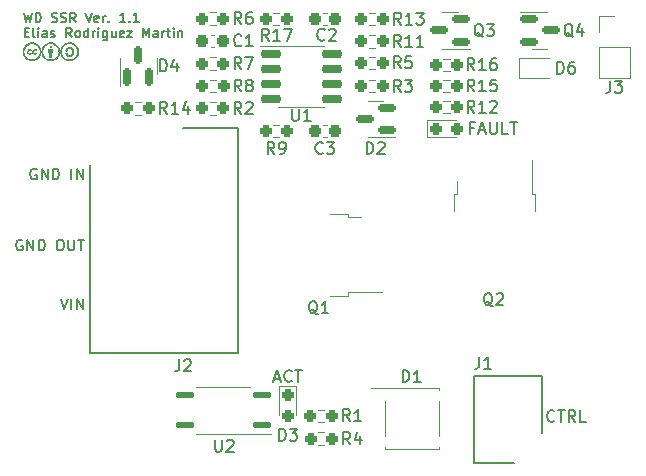
<source format=gbr>
%TF.GenerationSoftware,KiCad,Pcbnew,(6.0.8)*%
%TF.CreationDate,2022-10-20T22:21:07+02:00*%
%TF.ProjectId,WDSSR,57445353-522e-46b6-9963-61645f706362,rev?*%
%TF.SameCoordinates,PX7270e00PY4c4b400*%
%TF.FileFunction,Legend,Top*%
%TF.FilePolarity,Positive*%
%FSLAX45Y45*%
G04 Gerber Fmt 4.5, Leading zero omitted, Abs format (unit mm)*
G04 Created by KiCad (PCBNEW (6.0.8)) date 2022-10-20 22:21:07*
%MOMM*%
%LPD*%
G01*
G04 APERTURE LIST*
G04 Aperture macros list*
%AMRoundRect*
0 Rectangle with rounded corners*
0 $1 Rounding radius*
0 $2 $3 $4 $5 $6 $7 $8 $9 X,Y pos of 4 corners*
0 Add a 4 corners polygon primitive as box body*
4,1,4,$2,$3,$4,$5,$6,$7,$8,$9,$2,$3,0*
0 Add four circle primitives for the rounded corners*
1,1,$1+$1,$2,$3*
1,1,$1+$1,$4,$5*
1,1,$1+$1,$6,$7*
1,1,$1+$1,$8,$9*
0 Add four rect primitives between the rounded corners*
20,1,$1+$1,$2,$3,$4,$5,0*
20,1,$1+$1,$4,$5,$6,$7,0*
20,1,$1+$1,$6,$7,$8,$9,0*
20,1,$1+$1,$8,$9,$2,$3,0*%
G04 Aperture macros list end*
%ADD10C,0.150000*%
%ADD11C,0.120000*%
%ADD12C,0.200000*%
%ADD13R,1.650000X1.650000*%
%ADD14C,1.650000*%
%ADD15R,2.200000X1.200000*%
%ADD16R,6.400000X5.800000*%
%ADD17C,5.700000*%
%ADD18R,1.000000X0.700000*%
%ADD19RoundRect,0.237500X-0.237500X0.287500X-0.237500X-0.287500X0.237500X-0.287500X0.237500X0.287500X0*%
%ADD20RoundRect,0.137500X0.662500X0.137500X-0.662500X0.137500X-0.662500X-0.137500X0.662500X-0.137500X0*%
%ADD21RoundRect,0.150000X0.150000X-0.587500X0.150000X0.587500X-0.150000X0.587500X-0.150000X-0.587500X0*%
%ADD22R,2.175000X2.175000*%
%ADD23C,2.175000*%
%ADD24R,1.200000X2.200000*%
%ADD25R,5.800000X6.400000*%
%ADD26R,1.700000X1.700000*%
%ADD27O,1.700000X1.700000*%
%ADD28RoundRect,0.237500X-0.250000X-0.237500X0.250000X-0.237500X0.250000X0.237500X-0.250000X0.237500X0*%
%ADD29RoundRect,0.237500X0.250000X0.237500X-0.250000X0.237500X-0.250000X-0.237500X0.250000X-0.237500X0*%
%ADD30RoundRect,0.150000X-0.587500X-0.150000X0.587500X-0.150000X0.587500X0.150000X-0.587500X0.150000X0*%
%ADD31RoundRect,0.237500X0.300000X0.237500X-0.300000X0.237500X-0.300000X-0.237500X0.300000X-0.237500X0*%
%ADD32RoundRect,0.150000X-0.725000X-0.150000X0.725000X-0.150000X0.725000X0.150000X-0.725000X0.150000X0*%
%ADD33RoundRect,0.150000X0.587500X0.150000X-0.587500X0.150000X-0.587500X-0.150000X0.587500X-0.150000X0*%
%ADD34RoundRect,0.237500X-0.300000X-0.237500X0.300000X-0.237500X0.300000X0.237500X-0.300000X0.237500X0*%
%ADD35RoundRect,0.237500X-0.287500X-0.237500X0.287500X-0.237500X0.287500X0.237500X-0.287500X0.237500X0*%
%ADD36R,0.500000X0.500000*%
G04 APERTURE END LIST*
D10*
X2241095Y-3197667D02*
X2288714Y-3197667D01*
X2231571Y-3226238D02*
X2264905Y-3126238D01*
X2298238Y-3226238D01*
X2388714Y-3216714D02*
X2383952Y-3221476D01*
X2369667Y-3226238D01*
X2360143Y-3226238D01*
X2345857Y-3221476D01*
X2336333Y-3211952D01*
X2331571Y-3202428D01*
X2326810Y-3183381D01*
X2326810Y-3169095D01*
X2331571Y-3150048D01*
X2336333Y-3140524D01*
X2345857Y-3131000D01*
X2360143Y-3126238D01*
X2369667Y-3126238D01*
X2383952Y-3131000D01*
X2388714Y-3135762D01*
X2417286Y-3126238D02*
X2474429Y-3126238D01*
X2445857Y-3226238D02*
X2445857Y-3126238D01*
X3930476Y-1072857D02*
X3897143Y-1072857D01*
X3897143Y-1125238D02*
X3897143Y-1025238D01*
X3944762Y-1025238D01*
X3978095Y-1096667D02*
X4025714Y-1096667D01*
X3968571Y-1125238D02*
X4001905Y-1025238D01*
X4035238Y-1125238D01*
X4068571Y-1025238D02*
X4068571Y-1106190D01*
X4073333Y-1115714D01*
X4078095Y-1120476D01*
X4087619Y-1125238D01*
X4106667Y-1125238D01*
X4116190Y-1120476D01*
X4120952Y-1115714D01*
X4125714Y-1106190D01*
X4125714Y-1025238D01*
X4220952Y-1125238D02*
X4173333Y-1125238D01*
X4173333Y-1025238D01*
X4240000Y-1025238D02*
X4297143Y-1025238D01*
X4268571Y-1125238D02*
X4268571Y-1025238D01*
X121178Y-98790D02*
X140226Y-178790D01*
X155464Y-121648D01*
X170702Y-178790D01*
X189750Y-98790D01*
X220226Y-178790D02*
X220226Y-98790D01*
X239274Y-98790D01*
X250702Y-102600D01*
X258321Y-110219D01*
X262131Y-117838D01*
X265940Y-133076D01*
X265940Y-144505D01*
X262131Y-159743D01*
X258321Y-167362D01*
X250702Y-174981D01*
X239274Y-178790D01*
X220226Y-178790D01*
X357369Y-174981D02*
X368798Y-178790D01*
X387845Y-178790D01*
X395464Y-174981D01*
X399274Y-171171D01*
X403083Y-163552D01*
X403083Y-155933D01*
X399274Y-148314D01*
X395464Y-144505D01*
X387845Y-140695D01*
X372607Y-136886D01*
X364988Y-133076D01*
X361178Y-129267D01*
X357369Y-121648D01*
X357369Y-114028D01*
X361178Y-106409D01*
X364988Y-102600D01*
X372607Y-98790D01*
X391655Y-98790D01*
X403083Y-102600D01*
X433559Y-174981D02*
X444988Y-178790D01*
X464036Y-178790D01*
X471655Y-174981D01*
X475464Y-171171D01*
X479274Y-163552D01*
X479274Y-155933D01*
X475464Y-148314D01*
X471655Y-144505D01*
X464036Y-140695D01*
X448798Y-136886D01*
X441178Y-133076D01*
X437369Y-129267D01*
X433559Y-121648D01*
X433559Y-114028D01*
X437369Y-106409D01*
X441178Y-102600D01*
X448798Y-98790D01*
X467845Y-98790D01*
X479274Y-102600D01*
X559274Y-178790D02*
X532607Y-140695D01*
X513559Y-178790D02*
X513559Y-98790D01*
X544036Y-98790D01*
X551655Y-102600D01*
X555464Y-106409D01*
X559274Y-114028D01*
X559274Y-125457D01*
X555464Y-133076D01*
X551655Y-136886D01*
X544036Y-140695D01*
X513559Y-140695D01*
X643083Y-98790D02*
X669750Y-178790D01*
X696417Y-98790D01*
X753559Y-174981D02*
X745940Y-178790D01*
X730702Y-178790D01*
X723083Y-174981D01*
X719274Y-167362D01*
X719274Y-136886D01*
X723083Y-129267D01*
X730702Y-125457D01*
X745940Y-125457D01*
X753559Y-129267D01*
X757369Y-136886D01*
X757369Y-144505D01*
X719274Y-152124D01*
X791655Y-178790D02*
X791655Y-125457D01*
X791655Y-140695D02*
X795464Y-133076D01*
X799274Y-129267D01*
X806893Y-125457D01*
X814512Y-125457D01*
X841178Y-171171D02*
X844988Y-174981D01*
X841178Y-178790D01*
X837369Y-174981D01*
X841178Y-171171D01*
X841178Y-178790D01*
X982131Y-178790D02*
X936417Y-178790D01*
X959274Y-178790D02*
X959274Y-98790D01*
X951655Y-110219D01*
X944036Y-117838D01*
X936417Y-121648D01*
X1016417Y-171171D02*
X1020226Y-174981D01*
X1016417Y-178790D01*
X1012607Y-174981D01*
X1016417Y-171171D01*
X1016417Y-178790D01*
X1096417Y-178790D02*
X1050702Y-178790D01*
X1073560Y-178790D02*
X1073560Y-98790D01*
X1065940Y-110219D01*
X1058321Y-117838D01*
X1050702Y-121648D01*
X128798Y-265686D02*
X155464Y-265686D01*
X166893Y-307590D02*
X128798Y-307590D01*
X128798Y-227590D01*
X166893Y-227590D01*
X212607Y-307590D02*
X204988Y-303781D01*
X201178Y-296162D01*
X201178Y-227590D01*
X243083Y-307590D02*
X243083Y-254257D01*
X243083Y-227590D02*
X239274Y-231400D01*
X243083Y-235209D01*
X246893Y-231400D01*
X243083Y-227590D01*
X243083Y-235209D01*
X315464Y-307590D02*
X315464Y-265686D01*
X311655Y-258067D01*
X304036Y-254257D01*
X288798Y-254257D01*
X281179Y-258067D01*
X315464Y-303781D02*
X307845Y-307590D01*
X288798Y-307590D01*
X281179Y-303781D01*
X277369Y-296162D01*
X277369Y-288543D01*
X281179Y-280924D01*
X288798Y-277114D01*
X307845Y-277114D01*
X315464Y-273305D01*
X349750Y-303781D02*
X357369Y-307590D01*
X372607Y-307590D01*
X380226Y-303781D01*
X384036Y-296162D01*
X384036Y-292352D01*
X380226Y-284733D01*
X372607Y-280924D01*
X361178Y-280924D01*
X353559Y-277114D01*
X349750Y-269495D01*
X349750Y-265686D01*
X353559Y-258067D01*
X361178Y-254257D01*
X372607Y-254257D01*
X380226Y-258067D01*
X524988Y-307590D02*
X498321Y-269495D01*
X479274Y-307590D02*
X479274Y-227590D01*
X509750Y-227590D01*
X517369Y-231400D01*
X521178Y-235209D01*
X524988Y-242828D01*
X524988Y-254257D01*
X521178Y-261876D01*
X517369Y-265686D01*
X509750Y-269495D01*
X479274Y-269495D01*
X570702Y-307590D02*
X563083Y-303781D01*
X559274Y-299971D01*
X555464Y-292352D01*
X555464Y-269495D01*
X559274Y-261876D01*
X563083Y-258067D01*
X570702Y-254257D01*
X582131Y-254257D01*
X589750Y-258067D01*
X593560Y-261876D01*
X597369Y-269495D01*
X597369Y-292352D01*
X593560Y-299971D01*
X589750Y-303781D01*
X582131Y-307590D01*
X570702Y-307590D01*
X665940Y-307590D02*
X665940Y-227590D01*
X665940Y-303781D02*
X658321Y-307590D01*
X643083Y-307590D01*
X635464Y-303781D01*
X631655Y-299971D01*
X627845Y-292352D01*
X627845Y-269495D01*
X631655Y-261876D01*
X635464Y-258067D01*
X643083Y-254257D01*
X658321Y-254257D01*
X665940Y-258067D01*
X704036Y-307590D02*
X704036Y-254257D01*
X704036Y-269495D02*
X707845Y-261876D01*
X711655Y-258067D01*
X719274Y-254257D01*
X726893Y-254257D01*
X753559Y-307590D02*
X753559Y-254257D01*
X753559Y-227590D02*
X749750Y-231400D01*
X753559Y-235209D01*
X757369Y-231400D01*
X753559Y-227590D01*
X753559Y-235209D01*
X825940Y-254257D02*
X825940Y-319019D01*
X822131Y-326638D01*
X818321Y-330448D01*
X810702Y-334257D01*
X799274Y-334257D01*
X791655Y-330448D01*
X825940Y-303781D02*
X818321Y-307590D01*
X803083Y-307590D01*
X795464Y-303781D01*
X791655Y-299971D01*
X787845Y-292352D01*
X787845Y-269495D01*
X791655Y-261876D01*
X795464Y-258067D01*
X803083Y-254257D01*
X818321Y-254257D01*
X825940Y-258067D01*
X898321Y-254257D02*
X898321Y-307590D01*
X864036Y-254257D02*
X864036Y-296162D01*
X867845Y-303781D01*
X875464Y-307590D01*
X886893Y-307590D01*
X894512Y-303781D01*
X898321Y-299971D01*
X966893Y-303781D02*
X959274Y-307590D01*
X944036Y-307590D01*
X936417Y-303781D01*
X932607Y-296162D01*
X932607Y-265686D01*
X936417Y-258067D01*
X944036Y-254257D01*
X959274Y-254257D01*
X966893Y-258067D01*
X970702Y-265686D01*
X970702Y-273305D01*
X932607Y-280924D01*
X997369Y-254257D02*
X1039274Y-254257D01*
X997369Y-307590D01*
X1039274Y-307590D01*
X1130702Y-307590D02*
X1130702Y-227590D01*
X1157369Y-284733D01*
X1184036Y-227590D01*
X1184036Y-307590D01*
X1256417Y-307590D02*
X1256417Y-265686D01*
X1252607Y-258067D01*
X1244988Y-254257D01*
X1229750Y-254257D01*
X1222131Y-258067D01*
X1256417Y-303781D02*
X1248798Y-307590D01*
X1229750Y-307590D01*
X1222131Y-303781D01*
X1218321Y-296162D01*
X1218321Y-288543D01*
X1222131Y-280924D01*
X1229750Y-277114D01*
X1248798Y-277114D01*
X1256417Y-273305D01*
X1294512Y-307590D02*
X1294512Y-254257D01*
X1294512Y-269495D02*
X1298321Y-261876D01*
X1302131Y-258067D01*
X1309750Y-254257D01*
X1317369Y-254257D01*
X1332607Y-254257D02*
X1363083Y-254257D01*
X1344036Y-227590D02*
X1344036Y-296162D01*
X1347845Y-303781D01*
X1355464Y-307590D01*
X1363083Y-307590D01*
X1389750Y-307590D02*
X1389750Y-254257D01*
X1389750Y-227590D02*
X1385940Y-231400D01*
X1389750Y-235209D01*
X1393560Y-231400D01*
X1389750Y-227590D01*
X1389750Y-235209D01*
X1427845Y-254257D02*
X1427845Y-307590D01*
X1427845Y-261876D02*
X1431655Y-258067D01*
X1439274Y-254257D01*
X1450702Y-254257D01*
X1458321Y-258067D01*
X1462131Y-265686D01*
X1462131Y-307590D01*
X228821Y-1425000D02*
X220250Y-1420714D01*
X207393Y-1420714D01*
X194536Y-1425000D01*
X185964Y-1433571D01*
X181678Y-1442143D01*
X177393Y-1459286D01*
X177393Y-1472143D01*
X181678Y-1489286D01*
X185964Y-1497857D01*
X194536Y-1506428D01*
X207393Y-1510714D01*
X215964Y-1510714D01*
X228821Y-1506428D01*
X233107Y-1502143D01*
X233107Y-1472143D01*
X215964Y-1472143D01*
X271679Y-1510714D02*
X271679Y-1420714D01*
X323107Y-1510714D01*
X323107Y-1420714D01*
X365964Y-1510714D02*
X365964Y-1420714D01*
X387393Y-1420714D01*
X400250Y-1425000D01*
X408821Y-1433571D01*
X413107Y-1442143D01*
X417393Y-1459286D01*
X417393Y-1472143D01*
X413107Y-1489286D01*
X408821Y-1497857D01*
X400250Y-1506428D01*
X387393Y-1510714D01*
X365964Y-1510714D01*
X524536Y-1510714D02*
X524536Y-1420714D01*
X567393Y-1510714D02*
X567393Y-1420714D01*
X618821Y-1510714D01*
X618821Y-1420714D01*
X4614060Y-3555714D02*
X4609298Y-3560476D01*
X4595012Y-3565238D01*
X4585488Y-3565238D01*
X4571202Y-3560476D01*
X4561679Y-3550952D01*
X4556917Y-3541428D01*
X4552155Y-3522381D01*
X4552155Y-3508095D01*
X4556917Y-3489048D01*
X4561679Y-3479524D01*
X4571202Y-3470000D01*
X4585488Y-3465238D01*
X4595012Y-3465238D01*
X4609298Y-3470000D01*
X4614060Y-3474762D01*
X4642631Y-3465238D02*
X4699774Y-3465238D01*
X4671202Y-3565238D02*
X4671202Y-3465238D01*
X4790250Y-3565238D02*
X4756917Y-3517619D01*
X4733107Y-3565238D02*
X4733107Y-3465238D01*
X4771202Y-3465238D01*
X4780726Y-3470000D01*
X4785488Y-3474762D01*
X4790250Y-3484286D01*
X4790250Y-3498571D01*
X4785488Y-3508095D01*
X4780726Y-3512857D01*
X4771202Y-3517619D01*
X4733107Y-3517619D01*
X4880726Y-3565238D02*
X4833107Y-3565238D01*
X4833107Y-3465238D01*
X434536Y-2520714D02*
X464536Y-2610714D01*
X494536Y-2520714D01*
X524536Y-2610714D02*
X524536Y-2520714D01*
X567393Y-2610714D02*
X567393Y-2520714D01*
X618821Y-2610714D01*
X618821Y-2520714D01*
X108821Y-2025000D02*
X100250Y-2020714D01*
X87393Y-2020714D01*
X74536Y-2025000D01*
X65964Y-2033571D01*
X61678Y-2042143D01*
X57393Y-2059286D01*
X57393Y-2072143D01*
X61678Y-2089286D01*
X65964Y-2097857D01*
X74536Y-2106429D01*
X87393Y-2110714D01*
X95964Y-2110714D01*
X108821Y-2106429D01*
X113107Y-2102143D01*
X113107Y-2072143D01*
X95964Y-2072143D01*
X151679Y-2110714D02*
X151679Y-2020714D01*
X203107Y-2110714D01*
X203107Y-2020714D01*
X245964Y-2110714D02*
X245964Y-2020714D01*
X267393Y-2020714D01*
X280250Y-2025000D01*
X288821Y-2033571D01*
X293107Y-2042143D01*
X297393Y-2059286D01*
X297393Y-2072143D01*
X293107Y-2089286D01*
X288821Y-2097857D01*
X280250Y-2106429D01*
X267393Y-2110714D01*
X245964Y-2110714D01*
X421678Y-2020714D02*
X438821Y-2020714D01*
X447393Y-2025000D01*
X455964Y-2033571D01*
X460250Y-2050714D01*
X460250Y-2080714D01*
X455964Y-2097857D01*
X447393Y-2106429D01*
X438821Y-2110714D01*
X421678Y-2110714D01*
X413107Y-2106429D01*
X404536Y-2097857D01*
X400250Y-2080714D01*
X400250Y-2050714D01*
X404536Y-2033571D01*
X413107Y-2025000D01*
X421678Y-2020714D01*
X498821Y-2020714D02*
X498821Y-2093571D01*
X503107Y-2102143D01*
X507393Y-2106429D01*
X515964Y-2110714D01*
X533107Y-2110714D01*
X541679Y-2106429D01*
X545964Y-2102143D01*
X550250Y-2093571D01*
X550250Y-2020714D01*
X580250Y-2020714D02*
X631679Y-2020714D01*
X605964Y-2110714D02*
X605964Y-2020714D01*
X2608476Y-2652762D02*
X2598952Y-2648000D01*
X2589429Y-2638476D01*
X2575143Y-2624190D01*
X2565619Y-2619429D01*
X2556095Y-2619429D01*
X2560857Y-2643238D02*
X2551333Y-2638476D01*
X2541810Y-2628952D01*
X2537048Y-2609905D01*
X2537048Y-2576571D01*
X2541810Y-2557524D01*
X2551333Y-2548000D01*
X2560857Y-2543238D01*
X2579905Y-2543238D01*
X2589429Y-2548000D01*
X2598952Y-2557524D01*
X2603714Y-2576571D01*
X2603714Y-2609905D01*
X2598952Y-2628952D01*
X2589429Y-2638476D01*
X2579905Y-2643238D01*
X2560857Y-2643238D01*
X2698952Y-2643238D02*
X2641810Y-2643238D01*
X2670381Y-2643238D02*
X2670381Y-2543238D01*
X2660857Y-2557524D01*
X2651333Y-2567048D01*
X2641810Y-2571810D01*
X3328840Y-3225638D02*
X3328840Y-3125638D01*
X3352650Y-3125638D01*
X3366936Y-3130400D01*
X3376459Y-3139924D01*
X3381221Y-3149448D01*
X3385983Y-3168495D01*
X3385983Y-3182781D01*
X3381221Y-3201828D01*
X3376459Y-3211352D01*
X3366936Y-3220876D01*
X3352650Y-3225638D01*
X3328840Y-3225638D01*
X3481221Y-3225638D02*
X3424078Y-3225638D01*
X3452650Y-3225638D02*
X3452650Y-3125638D01*
X3443126Y-3139924D01*
X3433602Y-3149448D01*
X3424078Y-3154209D01*
X2282190Y-3723238D02*
X2282190Y-3623238D01*
X2306000Y-3623238D01*
X2320286Y-3628000D01*
X2329810Y-3637524D01*
X2334571Y-3647048D01*
X2339333Y-3666095D01*
X2339333Y-3680381D01*
X2334571Y-3699428D01*
X2329810Y-3708952D01*
X2320286Y-3718476D01*
X2306000Y-3723238D01*
X2282190Y-3723238D01*
X2372667Y-3623238D02*
X2434571Y-3623238D01*
X2401238Y-3661333D01*
X2415524Y-3661333D01*
X2425048Y-3666095D01*
X2429810Y-3670857D01*
X2434571Y-3680381D01*
X2434571Y-3704190D01*
X2429810Y-3713714D01*
X2425048Y-3718476D01*
X2415524Y-3723238D01*
X2386952Y-3723238D01*
X2377429Y-3718476D01*
X2372667Y-3713714D01*
X1739809Y-3715238D02*
X1739809Y-3796190D01*
X1744571Y-3805714D01*
X1749333Y-3810476D01*
X1758857Y-3815238D01*
X1777905Y-3815238D01*
X1787428Y-3810476D01*
X1792190Y-3805714D01*
X1796952Y-3796190D01*
X1796952Y-3715238D01*
X1839809Y-3724762D02*
X1844571Y-3720000D01*
X1854095Y-3715238D01*
X1877905Y-3715238D01*
X1887428Y-3720000D01*
X1892190Y-3724762D01*
X1896952Y-3734286D01*
X1896952Y-3743809D01*
X1892190Y-3758095D01*
X1835048Y-3815238D01*
X1896952Y-3815238D01*
X1276190Y-595238D02*
X1276190Y-495238D01*
X1300000Y-495238D01*
X1314286Y-500000D01*
X1323810Y-509524D01*
X1328571Y-519048D01*
X1333333Y-538095D01*
X1333333Y-552381D01*
X1328571Y-571429D01*
X1323810Y-580952D01*
X1314286Y-590476D01*
X1300000Y-595238D01*
X1276190Y-595238D01*
X1419048Y-528571D02*
X1419048Y-595238D01*
X1395238Y-490476D02*
X1371429Y-561905D01*
X1433333Y-561905D01*
X1436667Y-3035238D02*
X1436667Y-3106667D01*
X1431905Y-3120952D01*
X1422381Y-3130476D01*
X1408095Y-3135238D01*
X1398571Y-3135238D01*
X1479524Y-3044762D02*
X1484286Y-3040000D01*
X1493809Y-3035238D01*
X1517619Y-3035238D01*
X1527143Y-3040000D01*
X1531905Y-3044762D01*
X1536667Y-3054286D01*
X1536667Y-3063809D01*
X1531905Y-3078095D01*
X1474762Y-3135238D01*
X1536667Y-3135238D01*
X3976667Y-3015238D02*
X3976667Y-3086667D01*
X3971905Y-3100952D01*
X3962381Y-3110476D01*
X3948095Y-3115238D01*
X3938571Y-3115238D01*
X4076667Y-3115238D02*
X4019524Y-3115238D01*
X4048095Y-3115238D02*
X4048095Y-3015238D01*
X4038571Y-3029524D01*
X4029048Y-3039048D01*
X4019524Y-3043809D01*
X4090476Y-2584762D02*
X4080952Y-2580000D01*
X4071428Y-2570476D01*
X4057143Y-2556190D01*
X4047619Y-2551429D01*
X4038095Y-2551429D01*
X4042857Y-2575238D02*
X4033333Y-2570476D01*
X4023809Y-2560952D01*
X4019048Y-2541905D01*
X4019048Y-2508571D01*
X4023809Y-2489524D01*
X4033333Y-2480000D01*
X4042857Y-2475238D01*
X4061905Y-2475238D01*
X4071428Y-2480000D01*
X4080952Y-2489524D01*
X4085714Y-2508571D01*
X4085714Y-2541905D01*
X4080952Y-2560952D01*
X4071428Y-2570476D01*
X4061905Y-2575238D01*
X4042857Y-2575238D01*
X4123809Y-2484762D02*
X4128571Y-2480000D01*
X4138095Y-2475238D01*
X4161905Y-2475238D01*
X4171428Y-2480000D01*
X4176190Y-2484762D01*
X4180952Y-2494286D01*
X4180952Y-2503810D01*
X4176190Y-2518095D01*
X4119048Y-2575238D01*
X4180952Y-2575238D01*
X5086667Y-675238D02*
X5086667Y-746667D01*
X5081905Y-760952D01*
X5072381Y-770476D01*
X5058095Y-775238D01*
X5048571Y-775238D01*
X5124762Y-675238D02*
X5186667Y-675238D01*
X5153333Y-713333D01*
X5167619Y-713333D01*
X5177143Y-718095D01*
X5181905Y-722857D01*
X5186667Y-732381D01*
X5186667Y-756190D01*
X5181905Y-765714D01*
X5177143Y-770476D01*
X5167619Y-775238D01*
X5139048Y-775238D01*
X5129524Y-770476D01*
X5124762Y-765714D01*
X2882333Y-3557238D02*
X2849000Y-3509619D01*
X2825190Y-3557238D02*
X2825190Y-3457238D01*
X2863286Y-3457238D01*
X2872809Y-3462000D01*
X2877571Y-3466762D01*
X2882333Y-3476286D01*
X2882333Y-3490571D01*
X2877571Y-3500095D01*
X2872809Y-3504857D01*
X2863286Y-3509619D01*
X2825190Y-3509619D01*
X2977571Y-3557238D02*
X2920428Y-3557238D01*
X2949000Y-3557238D02*
X2949000Y-3457238D01*
X2939476Y-3471524D01*
X2929952Y-3481048D01*
X2920428Y-3485809D01*
X2884333Y-3752238D02*
X2851000Y-3704619D01*
X2827190Y-3752238D02*
X2827190Y-3652238D01*
X2865286Y-3652238D01*
X2874809Y-3657000D01*
X2879571Y-3661762D01*
X2884333Y-3671286D01*
X2884333Y-3685571D01*
X2879571Y-3695095D01*
X2874809Y-3699857D01*
X2865286Y-3704619D01*
X2827190Y-3704619D01*
X2970048Y-3685571D02*
X2970048Y-3752238D01*
X2946238Y-3647476D02*
X2922428Y-3718905D01*
X2984333Y-3718905D01*
X4770476Y-304762D02*
X4760952Y-300000D01*
X4751429Y-290476D01*
X4737143Y-276190D01*
X4727619Y-271429D01*
X4718095Y-271429D01*
X4722857Y-295238D02*
X4713333Y-290476D01*
X4703810Y-280952D01*
X4699048Y-261905D01*
X4699048Y-228571D01*
X4703810Y-209524D01*
X4713333Y-200000D01*
X4722857Y-195238D01*
X4741905Y-195238D01*
X4751429Y-200000D01*
X4760952Y-209524D01*
X4765714Y-228571D01*
X4765714Y-261905D01*
X4760952Y-280952D01*
X4751429Y-290476D01*
X4741905Y-295238D01*
X4722857Y-295238D01*
X4851429Y-228571D02*
X4851429Y-295238D01*
X4827619Y-190476D02*
X4803810Y-261905D01*
X4865714Y-261905D01*
X3935714Y-585238D02*
X3902381Y-537619D01*
X3878571Y-585238D02*
X3878571Y-485238D01*
X3916667Y-485238D01*
X3926190Y-490000D01*
X3930952Y-494762D01*
X3935714Y-504286D01*
X3935714Y-518571D01*
X3930952Y-528095D01*
X3926190Y-532857D01*
X3916667Y-537619D01*
X3878571Y-537619D01*
X4030952Y-585238D02*
X3973809Y-585238D01*
X4002381Y-585238D02*
X4002381Y-485238D01*
X3992857Y-499524D01*
X3983333Y-509048D01*
X3973809Y-513809D01*
X4116667Y-485238D02*
X4097619Y-485238D01*
X4088095Y-490000D01*
X4083333Y-494762D01*
X4073809Y-509048D01*
X4069048Y-528095D01*
X4069048Y-566190D01*
X4073809Y-575714D01*
X4078571Y-580476D01*
X4088095Y-585238D01*
X4107143Y-585238D01*
X4116667Y-580476D01*
X4121428Y-575714D01*
X4126190Y-566190D01*
X4126190Y-542381D01*
X4121428Y-532857D01*
X4116667Y-528095D01*
X4107143Y-523333D01*
X4088095Y-523333D01*
X4078571Y-528095D01*
X4073809Y-532857D01*
X4069048Y-542381D01*
X2652489Y-1285714D02*
X2647727Y-1290476D01*
X2633442Y-1295238D01*
X2623918Y-1295238D01*
X2609632Y-1290476D01*
X2600108Y-1280952D01*
X2595346Y-1271429D01*
X2590584Y-1252381D01*
X2590584Y-1238095D01*
X2595346Y-1219048D01*
X2600108Y-1209524D01*
X2609632Y-1200000D01*
X2623918Y-1195238D01*
X2633442Y-1195238D01*
X2647727Y-1200000D01*
X2652489Y-1204762D01*
X2685823Y-1195238D02*
X2747727Y-1195238D01*
X2714394Y-1233333D01*
X2728680Y-1233333D01*
X2738204Y-1238095D01*
X2742965Y-1242857D01*
X2747727Y-1252381D01*
X2747727Y-1276190D01*
X2742965Y-1285714D01*
X2738204Y-1290476D01*
X2728680Y-1295238D01*
X2700108Y-1295238D01*
X2690584Y-1290476D01*
X2685823Y-1285714D01*
X2195714Y-335238D02*
X2162381Y-287619D01*
X2138571Y-335238D02*
X2138571Y-235238D01*
X2176667Y-235238D01*
X2186190Y-240000D01*
X2190952Y-244762D01*
X2195714Y-254286D01*
X2195714Y-268571D01*
X2190952Y-278095D01*
X2186190Y-282857D01*
X2176667Y-287619D01*
X2138571Y-287619D01*
X2290952Y-335238D02*
X2233810Y-335238D01*
X2262381Y-335238D02*
X2262381Y-235238D01*
X2252857Y-249524D01*
X2243333Y-259048D01*
X2233810Y-263810D01*
X2324286Y-235238D02*
X2390952Y-235238D01*
X2348095Y-335238D01*
X1963333Y-373714D02*
X1958571Y-378476D01*
X1944286Y-383238D01*
X1934762Y-383238D01*
X1920476Y-378476D01*
X1910952Y-368952D01*
X1906190Y-359428D01*
X1901428Y-340381D01*
X1901428Y-326095D01*
X1906190Y-307048D01*
X1910952Y-297524D01*
X1920476Y-288000D01*
X1934762Y-283238D01*
X1944286Y-283238D01*
X1958571Y-288000D01*
X1963333Y-292762D01*
X2058571Y-383238D02*
X2001428Y-383238D01*
X2030000Y-383238D02*
X2030000Y-283238D01*
X2020476Y-297524D01*
X2010952Y-307048D01*
X2001428Y-311810D01*
X2391690Y-915238D02*
X2391690Y-996190D01*
X2396452Y-1005714D01*
X2401214Y-1010476D01*
X2410738Y-1015238D01*
X2429785Y-1015238D01*
X2439309Y-1010476D01*
X2444071Y-1005714D01*
X2448833Y-996190D01*
X2448833Y-915238D01*
X2548833Y-1015238D02*
X2491690Y-1015238D01*
X2520261Y-1015238D02*
X2520261Y-915238D01*
X2510738Y-929524D01*
X2501214Y-939048D01*
X2491690Y-943809D01*
X4010476Y-304762D02*
X4000952Y-300000D01*
X3991428Y-290476D01*
X3977143Y-276190D01*
X3967619Y-271429D01*
X3958095Y-271429D01*
X3962857Y-295238D02*
X3953333Y-290476D01*
X3943809Y-280952D01*
X3939048Y-261905D01*
X3939048Y-228571D01*
X3943809Y-209524D01*
X3953333Y-200000D01*
X3962857Y-195238D01*
X3981905Y-195238D01*
X3991428Y-200000D01*
X4000952Y-209524D01*
X4005714Y-228571D01*
X4005714Y-261905D01*
X4000952Y-280952D01*
X3991428Y-290476D01*
X3981905Y-295238D01*
X3962857Y-295238D01*
X4039048Y-195238D02*
X4100952Y-195238D01*
X4067619Y-233333D01*
X4081905Y-233333D01*
X4091428Y-238095D01*
X4096190Y-242857D01*
X4100952Y-252381D01*
X4100952Y-276190D01*
X4096190Y-285714D01*
X4091428Y-290476D01*
X4081905Y-295238D01*
X4053333Y-295238D01*
X4043809Y-290476D01*
X4039048Y-285714D01*
X2242489Y-1295238D02*
X2209156Y-1247619D01*
X2185346Y-1295238D02*
X2185346Y-1195238D01*
X2223442Y-1195238D01*
X2232965Y-1200000D01*
X2237727Y-1204762D01*
X2242489Y-1214286D01*
X2242489Y-1228571D01*
X2237727Y-1238095D01*
X2232965Y-1242857D01*
X2223442Y-1247619D01*
X2185346Y-1247619D01*
X2290108Y-1295238D02*
X2309156Y-1295238D01*
X2318680Y-1290476D01*
X2323442Y-1285714D01*
X2332965Y-1271429D01*
X2337727Y-1252381D01*
X2337727Y-1214286D01*
X2332965Y-1204762D01*
X2328204Y-1200000D01*
X2318680Y-1195238D01*
X2299632Y-1195238D01*
X2290108Y-1200000D01*
X2285346Y-1204762D01*
X2280584Y-1214286D01*
X2280584Y-1238095D01*
X2285346Y-1247619D01*
X2290108Y-1252381D01*
X2299632Y-1257143D01*
X2318680Y-1257143D01*
X2328204Y-1252381D01*
X2332965Y-1247619D01*
X2337727Y-1238095D01*
X1963333Y-195238D02*
X1930000Y-147619D01*
X1906190Y-195238D02*
X1906190Y-95238D01*
X1944286Y-95238D01*
X1953809Y-100000D01*
X1958571Y-104762D01*
X1963333Y-114286D01*
X1963333Y-128571D01*
X1958571Y-138095D01*
X1953809Y-142857D01*
X1944286Y-147619D01*
X1906190Y-147619D01*
X2049048Y-95238D02*
X2030000Y-95238D01*
X2020476Y-100000D01*
X2015714Y-104762D01*
X2006190Y-119048D01*
X2001428Y-138095D01*
X2001428Y-176190D01*
X2006190Y-185714D01*
X2010952Y-190476D01*
X2020476Y-195238D01*
X2039524Y-195238D01*
X2049048Y-190476D01*
X2053809Y-185714D01*
X2058571Y-176190D01*
X2058571Y-152381D01*
X2053809Y-142857D01*
X2049048Y-138095D01*
X2039524Y-133333D01*
X2020476Y-133333D01*
X2010952Y-138095D01*
X2006190Y-142857D01*
X2001428Y-152381D01*
X1333714Y-953238D02*
X1300381Y-905619D01*
X1276571Y-953238D02*
X1276571Y-853238D01*
X1314667Y-853238D01*
X1324190Y-858000D01*
X1328952Y-862762D01*
X1333714Y-872286D01*
X1333714Y-886571D01*
X1328952Y-896095D01*
X1324190Y-900857D01*
X1314667Y-905619D01*
X1276571Y-905619D01*
X1428952Y-953238D02*
X1371810Y-953238D01*
X1400381Y-953238D02*
X1400381Y-853238D01*
X1390857Y-867524D01*
X1381333Y-877048D01*
X1371810Y-881809D01*
X1514667Y-886571D02*
X1514667Y-953238D01*
X1490857Y-848476D02*
X1467048Y-919905D01*
X1528952Y-919905D01*
X3314714Y-387238D02*
X3281381Y-339619D01*
X3257571Y-387238D02*
X3257571Y-287238D01*
X3295667Y-287238D01*
X3305190Y-292000D01*
X3309952Y-296762D01*
X3314714Y-306286D01*
X3314714Y-320571D01*
X3309952Y-330095D01*
X3305190Y-334857D01*
X3295667Y-339619D01*
X3257571Y-339619D01*
X3409952Y-387238D02*
X3352809Y-387238D01*
X3381381Y-387238D02*
X3381381Y-287238D01*
X3371857Y-301524D01*
X3362333Y-311048D01*
X3352809Y-315810D01*
X3505190Y-387238D02*
X3448048Y-387238D01*
X3476619Y-387238D02*
X3476619Y-287238D01*
X3467095Y-301524D01*
X3457571Y-311048D01*
X3448048Y-315810D01*
X3935714Y-945238D02*
X3902381Y-897619D01*
X3878571Y-945238D02*
X3878571Y-845238D01*
X3916667Y-845238D01*
X3926190Y-850000D01*
X3930952Y-854762D01*
X3935714Y-864286D01*
X3935714Y-878571D01*
X3930952Y-888095D01*
X3926190Y-892857D01*
X3916667Y-897619D01*
X3878571Y-897619D01*
X4030952Y-945238D02*
X3973809Y-945238D01*
X4002381Y-945238D02*
X4002381Y-845238D01*
X3992857Y-859524D01*
X3983333Y-869048D01*
X3973809Y-873809D01*
X4069048Y-854762D02*
X4073809Y-850000D01*
X4083333Y-845238D01*
X4107143Y-845238D01*
X4116667Y-850000D01*
X4121428Y-854762D01*
X4126190Y-864286D01*
X4126190Y-873809D01*
X4121428Y-888095D01*
X4064286Y-945238D01*
X4126190Y-945238D01*
X3312333Y-768238D02*
X3279000Y-720619D01*
X3255190Y-768238D02*
X3255190Y-668238D01*
X3293286Y-668238D01*
X3302809Y-673000D01*
X3307571Y-677762D01*
X3312333Y-687286D01*
X3312333Y-701571D01*
X3307571Y-711095D01*
X3302809Y-715857D01*
X3293286Y-720619D01*
X3255190Y-720619D01*
X3345667Y-668238D02*
X3407571Y-668238D01*
X3374238Y-706333D01*
X3388524Y-706333D01*
X3398048Y-711095D01*
X3402809Y-715857D01*
X3407571Y-725381D01*
X3407571Y-749190D01*
X3402809Y-758714D01*
X3398048Y-763476D01*
X3388524Y-768238D01*
X3359952Y-768238D01*
X3350428Y-763476D01*
X3345667Y-758714D01*
X1963333Y-575238D02*
X1930000Y-527619D01*
X1906190Y-575238D02*
X1906190Y-475238D01*
X1944286Y-475238D01*
X1953809Y-480000D01*
X1958571Y-484762D01*
X1963333Y-494286D01*
X1963333Y-508571D01*
X1958571Y-518095D01*
X1953809Y-522857D01*
X1944286Y-527619D01*
X1906190Y-527619D01*
X1996667Y-475238D02*
X2063333Y-475238D01*
X2020476Y-575238D01*
X3024190Y-1295238D02*
X3024190Y-1195238D01*
X3048000Y-1195238D01*
X3062286Y-1200000D01*
X3071809Y-1209524D01*
X3076571Y-1219048D01*
X3081333Y-1238095D01*
X3081333Y-1252381D01*
X3076571Y-1271429D01*
X3071809Y-1280952D01*
X3062286Y-1290476D01*
X3048000Y-1295238D01*
X3024190Y-1295238D01*
X3119428Y-1204762D02*
X3124190Y-1200000D01*
X3133714Y-1195238D01*
X3157524Y-1195238D01*
X3167048Y-1200000D01*
X3171809Y-1204762D01*
X3176571Y-1214286D01*
X3176571Y-1223810D01*
X3171809Y-1238095D01*
X3114667Y-1295238D01*
X3176571Y-1295238D01*
X3935714Y-765238D02*
X3902381Y-717619D01*
X3878571Y-765238D02*
X3878571Y-665238D01*
X3916667Y-665238D01*
X3926190Y-670000D01*
X3930952Y-674762D01*
X3935714Y-684286D01*
X3935714Y-698571D01*
X3930952Y-708095D01*
X3926190Y-712857D01*
X3916667Y-717619D01*
X3878571Y-717619D01*
X4030952Y-765238D02*
X3973809Y-765238D01*
X4002381Y-765238D02*
X4002381Y-665238D01*
X3992857Y-679524D01*
X3983333Y-689048D01*
X3973809Y-693810D01*
X4121428Y-665238D02*
X4073809Y-665238D01*
X4069048Y-712857D01*
X4073809Y-708095D01*
X4083333Y-703333D01*
X4107143Y-703333D01*
X4116667Y-708095D01*
X4121428Y-712857D01*
X4126190Y-722381D01*
X4126190Y-746190D01*
X4121428Y-755714D01*
X4116667Y-760476D01*
X4107143Y-765238D01*
X4083333Y-765238D01*
X4073809Y-760476D01*
X4069048Y-755714D01*
X2667960Y-325714D02*
X2663198Y-330476D01*
X2648912Y-335238D01*
X2639389Y-335238D01*
X2625103Y-330476D01*
X2615579Y-320952D01*
X2610817Y-311429D01*
X2606055Y-292381D01*
X2606055Y-278095D01*
X2610817Y-259048D01*
X2615579Y-249524D01*
X2625103Y-240000D01*
X2639389Y-235238D01*
X2648912Y-235238D01*
X2663198Y-240000D01*
X2667960Y-244762D01*
X2706055Y-244762D02*
X2710817Y-240000D01*
X2720341Y-235238D01*
X2744151Y-235238D01*
X2753674Y-240000D01*
X2758436Y-244762D01*
X2763198Y-254286D01*
X2763198Y-263810D01*
X2758436Y-278095D01*
X2701293Y-335238D01*
X2763198Y-335238D01*
X3315714Y-200152D02*
X3282381Y-152533D01*
X3258571Y-200152D02*
X3258571Y-100152D01*
X3296667Y-100152D01*
X3306190Y-104914D01*
X3310952Y-109676D01*
X3315714Y-119199D01*
X3315714Y-133485D01*
X3310952Y-143009D01*
X3306190Y-147771D01*
X3296667Y-152533D01*
X3258571Y-152533D01*
X3410952Y-200152D02*
X3353809Y-200152D01*
X3382381Y-200152D02*
X3382381Y-100152D01*
X3372857Y-114438D01*
X3363333Y-123961D01*
X3353809Y-128723D01*
X3444286Y-100152D02*
X3506190Y-100152D01*
X3472857Y-138247D01*
X3487143Y-138247D01*
X3496667Y-143009D01*
X3501428Y-147771D01*
X3506190Y-157295D01*
X3506190Y-181104D01*
X3501428Y-190628D01*
X3496667Y-195390D01*
X3487143Y-200152D01*
X3458571Y-200152D01*
X3449048Y-195390D01*
X3444286Y-190628D01*
X1963333Y-765238D02*
X1930000Y-717619D01*
X1906190Y-765238D02*
X1906190Y-665238D01*
X1944286Y-665238D01*
X1953809Y-670000D01*
X1958571Y-674762D01*
X1963333Y-684286D01*
X1963333Y-698571D01*
X1958571Y-708095D01*
X1953809Y-712857D01*
X1944286Y-717619D01*
X1906190Y-717619D01*
X2020476Y-708095D02*
X2010952Y-703333D01*
X2006190Y-698571D01*
X2001428Y-689048D01*
X2001428Y-684286D01*
X2006190Y-674762D01*
X2010952Y-670000D01*
X2020476Y-665238D01*
X2039524Y-665238D01*
X2049048Y-670000D01*
X2053809Y-674762D01*
X2058571Y-684286D01*
X2058571Y-689048D01*
X2053809Y-698571D01*
X2049048Y-703333D01*
X2039524Y-708095D01*
X2020476Y-708095D01*
X2010952Y-712857D01*
X2006190Y-717619D01*
X2001428Y-727143D01*
X2001428Y-746190D01*
X2006190Y-755714D01*
X2010952Y-760476D01*
X2020476Y-765238D01*
X2039524Y-765238D01*
X2049048Y-760476D01*
X2053809Y-755714D01*
X2058571Y-746190D01*
X2058571Y-727143D01*
X2053809Y-717619D01*
X2049048Y-712857D01*
X2039524Y-708095D01*
X3312333Y-568238D02*
X3279000Y-520619D01*
X3255190Y-568238D02*
X3255190Y-468238D01*
X3293286Y-468238D01*
X3302809Y-473000D01*
X3307571Y-477762D01*
X3312333Y-487286D01*
X3312333Y-501571D01*
X3307571Y-511095D01*
X3302809Y-515857D01*
X3293286Y-520619D01*
X3255190Y-520619D01*
X3402809Y-468238D02*
X3355190Y-468238D01*
X3350428Y-515857D01*
X3355190Y-511095D01*
X3364714Y-506333D01*
X3388524Y-506333D01*
X3398048Y-511095D01*
X3402809Y-515857D01*
X3407571Y-525381D01*
X3407571Y-549190D01*
X3402809Y-558714D01*
X3398048Y-563476D01*
X3388524Y-568238D01*
X3364714Y-568238D01*
X3355190Y-563476D01*
X3350428Y-558714D01*
X1963333Y-955238D02*
X1930000Y-907619D01*
X1906190Y-955238D02*
X1906190Y-855238D01*
X1944286Y-855238D01*
X1953809Y-860000D01*
X1958571Y-864762D01*
X1963333Y-874286D01*
X1963333Y-888571D01*
X1958571Y-898095D01*
X1953809Y-902857D01*
X1944286Y-907619D01*
X1906190Y-907619D01*
X2001428Y-864762D02*
X2006190Y-860000D01*
X2015714Y-855238D01*
X2039524Y-855238D01*
X2049048Y-860000D01*
X2053809Y-864762D01*
X2058571Y-874286D01*
X2058571Y-883809D01*
X2053809Y-898095D01*
X1996667Y-955238D01*
X2058571Y-955238D01*
X4636190Y-615238D02*
X4636190Y-515238D01*
X4660000Y-515238D01*
X4674286Y-520000D01*
X4683810Y-529524D01*
X4688571Y-539048D01*
X4693333Y-558095D01*
X4693333Y-572381D01*
X4688571Y-591429D01*
X4683810Y-600952D01*
X4674286Y-610476D01*
X4660000Y-615238D01*
X4636190Y-615238D01*
X4779048Y-515238D02*
X4760000Y-515238D01*
X4750476Y-520000D01*
X4745714Y-524762D01*
X4736190Y-539048D01*
X4731429Y-558095D01*
X4731429Y-596190D01*
X4736190Y-605714D01*
X4740952Y-610476D01*
X4750476Y-615238D01*
X4769524Y-615238D01*
X4779048Y-610476D01*
X4783810Y-605714D01*
X4788571Y-596190D01*
X4788571Y-572381D01*
X4783810Y-562857D01*
X4779048Y-558095D01*
X4769524Y-553333D01*
X4750476Y-553333D01*
X4740952Y-558095D01*
X4736190Y-562857D01*
X4731429Y-572381D01*
D11*
X2867000Y-2495000D02*
X2867000Y-2468000D01*
X2867000Y-1832000D02*
X2977000Y-1832000D01*
X2867000Y-2468000D02*
X3150000Y-2468000D01*
X2717000Y-1805000D02*
X2867000Y-1805000D01*
X2867000Y-1805000D02*
X2867000Y-1832000D01*
X2717000Y-2495000D02*
X2867000Y-2495000D01*
X3639000Y-3276000D02*
X3059000Y-3276000D01*
X3179000Y-3686000D02*
X3179000Y-3386000D01*
X3639000Y-3776000D02*
X3639000Y-3796000D01*
X3639000Y-3386000D02*
X3639000Y-3686000D01*
X3639000Y-3296000D02*
X3639000Y-3276000D01*
X3639000Y-3796000D02*
X3179000Y-3796000D01*
X3179000Y-3796000D02*
X3179000Y-3776000D01*
X2429500Y-3507000D02*
X2429500Y-3261000D01*
X2282500Y-3261000D02*
X2282500Y-3507000D01*
X2429500Y-3261000D02*
X2282500Y-3261000D01*
X1809000Y-3663000D02*
X2214000Y-3663000D01*
X1809000Y-3271000D02*
X1581500Y-3271000D01*
X1809000Y-3663000D02*
X1581500Y-3663000D01*
X1809000Y-3271000D02*
X2036500Y-3271000D01*
X934000Y-550000D02*
X934000Y-717500D01*
X934000Y-550000D02*
X934000Y-485000D01*
X1246000Y-550000D02*
X1246000Y-485000D01*
X1246000Y-550000D02*
X1246000Y-615000D01*
D12*
X1933000Y-2977000D02*
X1933000Y-1072000D01*
X1933000Y-1072000D02*
X1473000Y-1072000D01*
X683000Y-2977000D02*
X1933000Y-2977000D01*
X683000Y-1389000D02*
X683000Y-2977000D01*
X4505000Y-3662000D02*
X4505000Y-3176000D01*
X3930000Y-3176000D02*
X3930000Y-3916000D01*
X3930000Y-3916000D02*
X4270000Y-3916000D01*
X4505000Y-3176000D02*
X3930000Y-3176000D01*
D11*
X3760000Y-1632000D02*
X3787000Y-1632000D01*
X4450000Y-1782000D02*
X4450000Y-1632000D01*
X4423000Y-1632000D02*
X4423000Y-1349000D01*
X4450000Y-1632000D02*
X4423000Y-1632000D01*
X3787000Y-1632000D02*
X3787000Y-1522000D01*
X3760000Y-1782000D02*
X3760000Y-1632000D01*
X4987000Y-129500D02*
X5120000Y-129500D01*
X4987000Y-389500D02*
X4987000Y-649500D01*
X4987000Y-262500D02*
X4987000Y-129500D01*
X5253000Y-389500D02*
X5253000Y-649500D01*
X4987000Y-389500D02*
X5253000Y-389500D01*
X4987000Y-649500D02*
X5253000Y-649500D01*
X2613528Y-3462750D02*
X2664472Y-3462750D01*
X2613528Y-3567250D02*
X2664472Y-3567250D01*
X2666472Y-3652750D02*
X2615528Y-3652750D01*
X2666472Y-3757250D02*
X2615528Y-3757250D01*
X4490000Y-94000D02*
X4322500Y-94000D01*
X4490000Y-94000D02*
X4555000Y-94000D01*
X4490000Y-406000D02*
X4555000Y-406000D01*
X4490000Y-406000D02*
X4425000Y-406000D01*
X3725472Y-592250D02*
X3674528Y-592250D01*
X3725472Y-487750D02*
X3674528Y-487750D01*
X2684627Y-1049000D02*
X2655373Y-1049000D01*
X2684627Y-1151000D02*
X2655373Y-1151000D01*
X2234528Y-97750D02*
X2285472Y-97750D01*
X2234528Y-202250D02*
X2285472Y-202250D01*
X1733627Y-288000D02*
X1704373Y-288000D01*
X1733627Y-390000D02*
X1704373Y-390000D01*
X2470000Y-896000D02*
X2665000Y-896000D01*
X2470000Y-384000D02*
X2125000Y-384000D01*
X2470000Y-384000D02*
X2665000Y-384000D01*
X2470000Y-896000D02*
X2275000Y-896000D01*
X3730000Y-94000D02*
X3795000Y-94000D01*
X3730000Y-94000D02*
X3665000Y-94000D01*
X3730000Y-406000D02*
X3897500Y-406000D01*
X3730000Y-406000D02*
X3665000Y-406000D01*
X2285472Y-1047750D02*
X2234528Y-1047750D01*
X2285472Y-1152250D02*
X2234528Y-1152250D01*
X1694528Y-96750D02*
X1745472Y-96750D01*
X1694528Y-201250D02*
X1745472Y-201250D01*
X1064528Y-857750D02*
X1115472Y-857750D01*
X1064528Y-962250D02*
X1115472Y-962250D01*
X3094472Y-395250D02*
X3043528Y-395250D01*
X3094472Y-290750D02*
X3043528Y-290750D01*
X3674528Y-952250D02*
X3725472Y-952250D01*
X3674528Y-847750D02*
X3725472Y-847750D01*
X3095472Y-667750D02*
X3044528Y-667750D01*
X3095472Y-772250D02*
X3044528Y-772250D01*
X1745472Y-477750D02*
X1694528Y-477750D01*
X1745472Y-582250D02*
X1694528Y-582250D01*
X3100000Y-1156000D02*
X3267500Y-1156000D01*
X3100000Y-844000D02*
X3165000Y-844000D01*
X3100000Y-844000D02*
X3035000Y-844000D01*
X3100000Y-1156000D02*
X3035000Y-1156000D01*
X3674528Y-772250D02*
X3725472Y-772250D01*
X3674528Y-667750D02*
X3725472Y-667750D01*
X2655373Y-202000D02*
X2684627Y-202000D01*
X2655373Y-100000D02*
X2684627Y-100000D01*
X3044528Y-100750D02*
X3095472Y-100750D01*
X3044528Y-205250D02*
X3095472Y-205250D01*
X1746472Y-667750D02*
X1695528Y-667750D01*
X1746472Y-772250D02*
X1695528Y-772250D01*
X3044528Y-475750D02*
X3095472Y-475750D01*
X3044528Y-580250D02*
X3095472Y-580250D01*
X3534000Y-1006500D02*
X3534000Y-1153500D01*
X3534000Y-1153500D02*
X3780000Y-1153500D01*
X3780000Y-1006500D02*
X3534000Y-1006500D01*
X1694528Y-962250D02*
X1745472Y-962250D01*
X1694528Y-857750D02*
X1745472Y-857750D01*
G36*
X533592Y-354197D02*
G01*
X544889Y-358827D01*
X555372Y-365309D01*
X565040Y-373644D01*
X573375Y-383264D01*
X579857Y-393710D01*
X584487Y-404981D01*
X587265Y-417078D01*
X588191Y-430000D01*
X587281Y-442906D01*
X584551Y-454955D01*
X580000Y-466147D01*
X573629Y-476482D01*
X565437Y-485959D01*
X557206Y-493155D01*
X548474Y-499042D01*
X539243Y-503620D01*
X529512Y-506891D01*
X519282Y-508853D01*
X508552Y-509507D01*
X495984Y-508571D01*
X484104Y-505761D01*
X472912Y-501078D01*
X462408Y-494521D01*
X452592Y-486092D01*
X444163Y-476355D01*
X437606Y-465877D01*
X432923Y-454659D01*
X430113Y-442700D01*
X429177Y-430000D01*
X443464Y-430000D01*
X444237Y-440340D01*
X446554Y-450087D01*
X450417Y-459242D01*
X455825Y-467804D01*
X462779Y-475773D01*
X470801Y-482726D01*
X479416Y-488134D01*
X488623Y-491997D01*
X498423Y-494315D01*
X508816Y-495087D01*
X519177Y-494310D01*
X528988Y-491976D01*
X538248Y-488087D01*
X546959Y-482641D01*
X555118Y-475641D01*
X561833Y-467973D01*
X567056Y-459575D01*
X570787Y-450447D01*
X573025Y-440589D01*
X573771Y-430000D01*
X573015Y-419438D01*
X570745Y-409553D01*
X566961Y-400345D01*
X561664Y-391815D01*
X554854Y-383962D01*
X546959Y-377104D01*
X538407Y-371770D01*
X529200Y-367960D01*
X519336Y-365674D01*
X508816Y-364912D01*
X498302Y-365674D01*
X488454Y-367960D01*
X479273Y-371770D01*
X470758Y-377104D01*
X462911Y-383962D01*
X455910Y-392154D01*
X450465Y-400853D01*
X446576Y-410061D01*
X444242Y-419776D01*
X443464Y-430000D01*
X429177Y-430000D01*
X430113Y-417332D01*
X432923Y-405362D01*
X437606Y-394091D01*
X444163Y-383518D01*
X452592Y-373644D01*
X462239Y-365309D01*
X472658Y-358827D01*
X483850Y-354197D01*
X495814Y-351419D01*
X508552Y-350493D01*
X521479Y-351419D01*
X533592Y-354197D01*
G37*
G36*
X358268Y-381614D02*
G01*
X361046Y-390048D01*
X358268Y-398283D01*
X349934Y-401028D01*
X341600Y-398283D01*
X338821Y-390048D01*
X341600Y-381614D01*
X349934Y-378803D01*
X358268Y-381614D01*
G37*
G36*
X223977Y-406805D02*
G01*
X230945Y-410641D01*
X236031Y-417035D01*
X225580Y-422459D01*
X223728Y-419483D01*
X221412Y-417498D01*
X218965Y-416440D01*
X216716Y-416109D01*
X208679Y-419615D01*
X206000Y-430132D01*
X208779Y-440319D01*
X210763Y-442502D01*
X213409Y-443758D01*
X216716Y-444155D01*
X222603Y-442468D01*
X226506Y-437408D01*
X236428Y-442303D01*
X234972Y-444552D01*
X233385Y-446603D01*
X231665Y-448455D01*
X229747Y-450042D01*
X227564Y-451431D01*
X221809Y-454011D01*
X215525Y-454871D01*
X205868Y-453217D01*
X198328Y-448256D01*
X194756Y-443361D01*
X192573Y-437276D01*
X191845Y-430132D01*
X193499Y-419946D01*
X198460Y-412141D01*
X205934Y-407180D01*
X215129Y-405526D01*
X223977Y-406805D01*
G37*
G36*
X212159Y-353344D02*
G01*
X221875Y-356578D01*
X231033Y-361105D01*
X239632Y-366926D01*
X247672Y-374041D01*
X251244Y-377877D01*
X254552Y-381846D01*
X257528Y-386013D01*
X260240Y-390379D01*
X262688Y-394877D01*
X264738Y-399573D01*
X267972Y-409377D01*
X269912Y-419564D01*
X270559Y-430132D01*
X269919Y-440760D01*
X268001Y-450946D01*
X264804Y-460692D01*
X260358Y-469834D01*
X254691Y-478213D01*
X247805Y-485827D01*
X241802Y-491201D01*
X235435Y-495947D01*
X228672Y-500032D01*
X221479Y-503422D01*
X211557Y-506795D01*
X201370Y-508846D01*
X191052Y-509507D01*
X180703Y-508838D01*
X170649Y-506832D01*
X160889Y-503488D01*
X151614Y-498880D01*
X143015Y-493081D01*
X135092Y-486092D01*
X128110Y-478176D01*
X122333Y-469599D01*
X117762Y-460361D01*
X114455Y-450623D01*
X112470Y-440547D01*
X111809Y-430132D01*
X126096Y-430132D01*
X127353Y-442700D01*
X131123Y-454738D01*
X137242Y-465983D01*
X145543Y-475905D01*
X155515Y-484074D01*
X166644Y-490060D01*
X178666Y-493731D01*
X191316Y-494955D01*
X203834Y-493715D01*
X215988Y-489994D01*
X227382Y-483925D01*
X237618Y-475641D01*
X244333Y-468021D01*
X249556Y-459660D01*
X253287Y-450558D01*
X255525Y-440716D01*
X256271Y-430132D01*
X255048Y-417366D01*
X251377Y-405261D01*
X249326Y-400631D01*
X246879Y-396199D01*
X244034Y-391966D01*
X240859Y-387997D01*
X237354Y-384227D01*
X230772Y-378406D01*
X223728Y-373644D01*
X216253Y-369923D01*
X208382Y-367228D01*
X200080Y-365590D01*
X191316Y-365045D01*
X180765Y-365807D01*
X170912Y-368093D01*
X161757Y-371903D01*
X153301Y-377237D01*
X145543Y-384095D01*
X137242Y-394199D01*
X131123Y-405460D01*
X127353Y-417548D01*
X126096Y-430132D01*
X111809Y-430132D01*
X112478Y-419777D01*
X114484Y-409701D01*
X117828Y-399904D01*
X122451Y-390577D01*
X128294Y-381912D01*
X135357Y-373908D01*
X144824Y-365574D01*
X155126Y-359092D01*
X166265Y-354461D01*
X178240Y-351683D01*
X191052Y-350757D01*
X201885Y-351404D01*
X212159Y-353344D01*
G37*
G36*
X519884Y-389533D02*
G01*
X529806Y-393546D01*
X538053Y-400234D01*
X544226Y-409024D01*
X547930Y-419343D01*
X549165Y-431191D01*
X547886Y-442685D01*
X544050Y-452828D01*
X537656Y-461618D01*
X529219Y-468379D01*
X519252Y-472436D01*
X507758Y-473788D01*
X495190Y-471755D01*
X484474Y-465653D01*
X478815Y-459486D01*
X474891Y-451835D01*
X472700Y-442700D01*
X492809Y-442700D01*
X495043Y-450711D01*
X500864Y-455518D01*
X510271Y-457120D01*
X517795Y-455317D01*
X523699Y-449910D01*
X527519Y-441460D01*
X528792Y-430529D01*
X527635Y-419450D01*
X524162Y-411347D01*
X520590Y-407643D01*
X516092Y-405460D01*
X510668Y-404732D01*
X501628Y-406290D01*
X495675Y-410965D01*
X492809Y-418755D01*
X498630Y-418755D01*
X482887Y-434498D01*
X467012Y-418755D01*
X473362Y-418755D01*
X475670Y-409781D01*
X479594Y-402263D01*
X485136Y-396199D01*
X495686Y-390197D01*
X508287Y-388196D01*
X519884Y-389533D01*
G37*
G36*
X368124Y-405658D02*
G01*
X369778Y-406849D01*
X371365Y-410421D01*
X371365Y-442832D01*
X362237Y-442832D01*
X362237Y-481461D01*
X337631Y-481461D01*
X337631Y-442832D01*
X328503Y-442832D01*
X328503Y-410421D01*
X328701Y-409098D01*
X329230Y-407841D01*
X329958Y-406849D01*
X333662Y-405261D01*
X366206Y-405261D01*
X368124Y-405658D01*
G37*
G36*
X178087Y-406864D02*
G01*
X185098Y-410700D01*
X190258Y-417035D01*
X179674Y-422459D01*
X178484Y-420343D01*
X177095Y-418689D01*
X175573Y-417565D01*
X170943Y-416109D01*
X162907Y-419615D01*
X160228Y-430132D01*
X160889Y-435887D01*
X163006Y-440319D01*
X170943Y-444155D01*
X176830Y-442468D01*
X180733Y-437408D01*
X190522Y-442303D01*
X181791Y-451431D01*
X175970Y-454011D01*
X169620Y-454871D01*
X160046Y-453234D01*
X152489Y-448322D01*
X147577Y-440501D01*
X145940Y-430132D01*
X147594Y-419946D01*
X152555Y-412141D01*
X160029Y-407180D01*
X169223Y-405526D01*
X178087Y-406864D01*
G37*
G36*
X374884Y-354419D02*
G01*
X386155Y-358996D01*
X396580Y-365405D01*
X406158Y-373644D01*
X414492Y-383312D01*
X420974Y-393794D01*
X425605Y-405092D01*
X428383Y-417205D01*
X429309Y-430132D01*
X428404Y-443070D01*
X425689Y-455109D01*
X421165Y-466248D01*
X414831Y-476487D01*
X406687Y-485827D01*
X398382Y-493063D01*
X389607Y-498983D01*
X380361Y-503587D01*
X370645Y-506876D01*
X360458Y-508849D01*
X349802Y-509507D01*
X337282Y-508571D01*
X325439Y-505761D01*
X314273Y-501078D01*
X303785Y-494521D01*
X293975Y-486092D01*
X285545Y-476358D01*
X278989Y-465888D01*
X274305Y-454683D01*
X271496Y-442742D01*
X270564Y-430132D01*
X284846Y-430132D01*
X285619Y-440382D01*
X287937Y-450071D01*
X291800Y-459199D01*
X297208Y-467767D01*
X304161Y-475773D01*
X312178Y-482726D01*
X320777Y-488134D01*
X329958Y-491997D01*
X339721Y-494315D01*
X350066Y-495087D01*
X360422Y-494310D01*
X370217Y-491976D01*
X379451Y-488087D01*
X388124Y-482641D01*
X396236Y-475641D01*
X402999Y-468063D01*
X408259Y-459723D01*
X412016Y-450622D01*
X414270Y-440758D01*
X415021Y-430132D01*
X414262Y-419610D01*
X411984Y-409738D01*
X408187Y-400517D01*
X402872Y-391948D01*
X396037Y-384029D01*
X388124Y-377194D01*
X379570Y-371879D01*
X370376Y-368082D01*
X360541Y-365804D01*
X350066Y-365045D01*
X339557Y-365807D01*
X329725Y-368093D01*
X320570Y-371903D01*
X312093Y-377237D01*
X304293Y-384095D01*
X297292Y-392286D01*
X291847Y-400986D01*
X287958Y-410193D01*
X285624Y-419909D01*
X284846Y-430132D01*
X270564Y-430132D01*
X270559Y-430066D01*
X271496Y-417374D01*
X274305Y-405386D01*
X278989Y-394101D01*
X285545Y-383521D01*
X293975Y-373644D01*
X301919Y-366684D01*
X310408Y-360973D01*
X319441Y-356512D01*
X329017Y-353315D01*
X339137Y-351397D01*
X349802Y-350757D01*
X362766Y-351673D01*
X374884Y-354419D01*
G37*
X4310000Y-485000D02*
X4310000Y-655000D01*
X4310000Y-485000D02*
X4565000Y-485000D01*
X4310000Y-655000D02*
X4565000Y-655000D01*
D13*
X4270000Y-3662000D03*
D14*
X4270000Y-3412000D03*
%LPC*%
D15*
X3040000Y-2378000D03*
D16*
X2410000Y-2150000D03*
D15*
X3040000Y-1922000D03*
D17*
X300000Y-1088000D03*
X300000Y-2913000D03*
X5100000Y-1088000D03*
X5100000Y-2913000D03*
D18*
X3111500Y-3336000D03*
X3111500Y-3736000D03*
X3706500Y-3736000D03*
X3706500Y-3336000D03*
D19*
X2356000Y-3339500D03*
X2356000Y-3514500D03*
D20*
X2134000Y-3594000D03*
X2134000Y-3340000D03*
X1484000Y-3340000D03*
X1484000Y-3594000D03*
D21*
X995000Y-643750D03*
X1185000Y-643750D03*
X1090000Y-456250D03*
D22*
X1473000Y-1389000D03*
D23*
X1473000Y-2024000D03*
X1473000Y-2659000D03*
D13*
X4270000Y-3662000D03*
D14*
X4270000Y-3412000D03*
D24*
X4333000Y-1459000D03*
D25*
X4105000Y-2089000D03*
D24*
X3877000Y-1459000D03*
D26*
X5120000Y-262500D03*
D27*
X5120000Y-516500D03*
D28*
X2547750Y-3515000D03*
X2730250Y-3515000D03*
D29*
X2732250Y-3705000D03*
X2549750Y-3705000D03*
D30*
X4396250Y-155000D03*
X4396250Y-345000D03*
X4583750Y-250000D03*
D29*
X3791250Y-540000D03*
X3608750Y-540000D03*
D31*
X2756250Y-1100000D03*
X2583750Y-1100000D03*
D28*
X2168750Y-150000D03*
X2351250Y-150000D03*
D31*
X1805250Y-339000D03*
X1632750Y-339000D03*
D32*
X2212500Y-449500D03*
X2212500Y-576500D03*
X2212500Y-703500D03*
X2212500Y-830500D03*
X2727500Y-830500D03*
X2727500Y-703500D03*
X2727500Y-576500D03*
X2727500Y-449500D03*
D33*
X3823750Y-345000D03*
X3823750Y-155000D03*
X3636250Y-250000D03*
D29*
X2351250Y-1100000D03*
X2168750Y-1100000D03*
D28*
X1628750Y-149000D03*
X1811250Y-149000D03*
X998750Y-910000D03*
X1181250Y-910000D03*
D29*
X3160250Y-343000D03*
X2977750Y-343000D03*
D28*
X3608750Y-900000D03*
X3791250Y-900000D03*
D29*
X3161250Y-720000D03*
X2978750Y-720000D03*
X1811250Y-530000D03*
X1628750Y-530000D03*
D33*
X3193750Y-1095000D03*
X3193750Y-905000D03*
X3006250Y-1000000D03*
D28*
X3608750Y-720000D03*
X3791250Y-720000D03*
D34*
X2583750Y-151000D03*
X2756250Y-151000D03*
D28*
X2978750Y-153000D03*
X3161250Y-153000D03*
D29*
X1812250Y-720000D03*
X1629750Y-720000D03*
D28*
X2978750Y-528000D03*
X3161250Y-528000D03*
D35*
X3612500Y-1080000D03*
X3787500Y-1080000D03*
D28*
X1628750Y-910000D03*
X1811250Y-910000D03*
D36*
X4350000Y-570000D03*
X4570000Y-570000D03*
M02*

</source>
